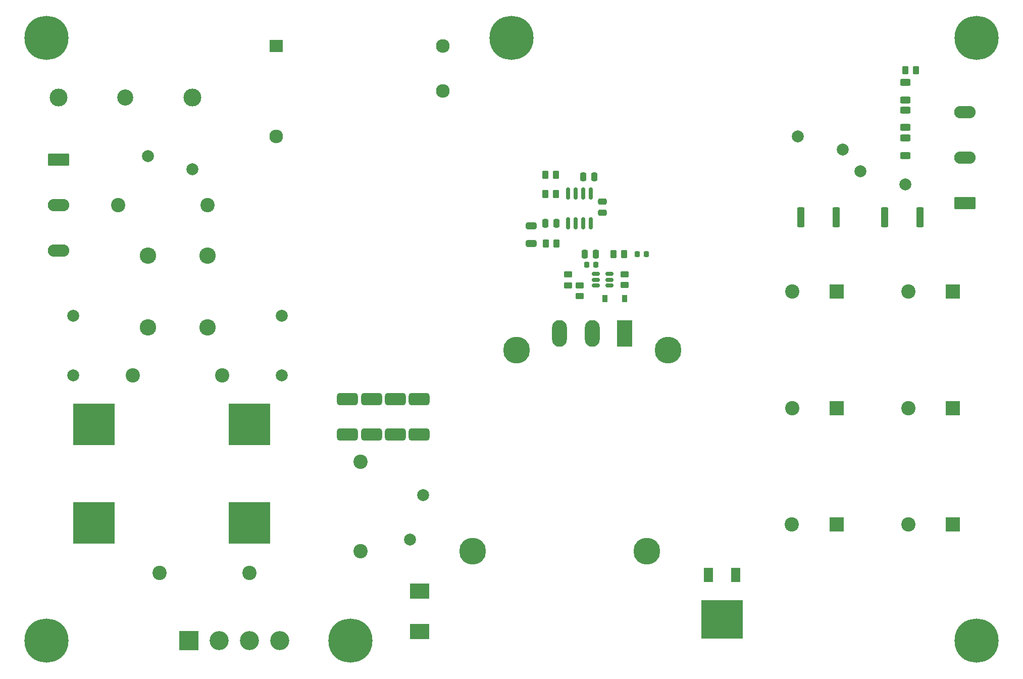
<source format=gts>
%TF.GenerationSoftware,KiCad,Pcbnew,6.0.7-f9a2dced07~116~ubuntu20.04.1*%
%TF.CreationDate,2022-10-02T03:02:38-04:00*%
%TF.ProjectId,SSTC_PFC_Power_Supply,53535443-5f50-4464-935f-506f7765725f,rev?*%
%TF.SameCoordinates,Original*%
%TF.FileFunction,Soldermask,Top*%
%TF.FilePolarity,Negative*%
%FSLAX46Y46*%
G04 Gerber Fmt 4.6, Leading zero omitted, Abs format (unit mm)*
G04 Created by KiCad (PCBNEW 6.0.7-f9a2dced07~116~ubuntu20.04.1) date 2022-10-02 03:02:38*
%MOMM*%
%LPD*%
G01*
G04 APERTURE LIST*
G04 Aperture macros list*
%AMRoundRect*
0 Rectangle with rounded corners*
0 $1 Rounding radius*
0 $2 $3 $4 $5 $6 $7 $8 $9 X,Y pos of 4 corners*
0 Add a 4 corners polygon primitive as box body*
4,1,4,$2,$3,$4,$5,$6,$7,$8,$9,$2,$3,0*
0 Add four circle primitives for the rounded corners*
1,1,$1+$1,$2,$3*
1,1,$1+$1,$4,$5*
1,1,$1+$1,$6,$7*
1,1,$1+$1,$8,$9*
0 Add four rect primitives between the rounded corners*
20,1,$1+$1,$2,$3,$4,$5,0*
20,1,$1+$1,$4,$5,$6,$7,0*
20,1,$1+$1,$6,$7,$8,$9,0*
20,1,$1+$1,$8,$9,$2,$3,0*%
G04 Aperture macros list end*
%ADD10C,2.750000*%
%ADD11RoundRect,0.250000X-0.650000X0.325000X-0.650000X-0.325000X0.650000X-0.325000X0.650000X0.325000X0*%
%ADD12RoundRect,0.250000X0.450000X-0.262500X0.450000X0.262500X-0.450000X0.262500X-0.450000X-0.262500X0*%
%ADD13R,0.900000X1.200000*%
%ADD14RoundRect,0.250000X-0.362500X-1.425000X0.362500X-1.425000X0.362500X1.425000X-0.362500X1.425000X0*%
%ADD15C,2.400000*%
%ADD16C,7.400000*%
%ADD17C,2.000000*%
%ADD18RoundRect,0.250001X-1.549999X0.799999X-1.549999X-0.799999X1.549999X-0.799999X1.549999X0.799999X0*%
%ADD19O,3.600000X2.100000*%
%ADD20RoundRect,0.250000X0.262500X0.450000X-0.262500X0.450000X-0.262500X-0.450000X0.262500X-0.450000X0*%
%ADD21RoundRect,0.408164X-1.341836X0.591836X-1.341836X-0.591836X1.341836X-0.591836X1.341836X0.591836X0*%
%ADD22C,2.700000*%
%ADD23C,3.000000*%
%ADD24RoundRect,0.250000X0.250000X0.475000X-0.250000X0.475000X-0.250000X-0.475000X0.250000X-0.475000X0*%
%ADD25C,4.500000*%
%ADD26RoundRect,0.150000X-0.150000X0.825000X-0.150000X-0.825000X0.150000X-0.825000X0.150000X0.825000X0*%
%ADD27RoundRect,0.250000X-0.250000X-0.475000X0.250000X-0.475000X0.250000X0.475000X-0.250000X0.475000X0*%
%ADD28R,7.000000X6.500000*%
%ADD29R,1.500000X2.400000*%
%ADD30RoundRect,0.250000X-0.625000X0.312500X-0.625000X-0.312500X0.625000X-0.312500X0.625000X0.312500X0*%
%ADD31RoundRect,0.250000X-0.475000X0.250000X-0.475000X-0.250000X0.475000X-0.250000X0.475000X0.250000X0*%
%ADD32R,2.500000X4.500000*%
%ADD33O,2.500000X4.500000*%
%ADD34R,2.400000X2.400000*%
%ADD35R,3.300000X2.500000*%
%ADD36R,7.000000X7.000000*%
%ADD37RoundRect,0.250000X-0.450000X0.262500X-0.450000X-0.262500X0.450000X-0.262500X0.450000X0.262500X0*%
%ADD38R,2.300000X2.000000*%
%ADD39C,2.300000*%
%ADD40RoundRect,0.225000X0.225000X0.250000X-0.225000X0.250000X-0.225000X-0.250000X0.225000X-0.250000X0*%
%ADD41RoundRect,0.225000X-0.225000X-0.250000X0.225000X-0.250000X0.225000X0.250000X-0.225000X0.250000X0*%
%ADD42RoundRect,0.250000X-0.262500X-0.450000X0.262500X-0.450000X0.262500X0.450000X-0.262500X0.450000X0*%
%ADD43RoundRect,0.250001X1.549999X-0.799999X1.549999X0.799999X-1.549999X0.799999X-1.549999X-0.799999X0*%
%ADD44RoundRect,0.150000X0.512500X0.150000X-0.512500X0.150000X-0.512500X-0.150000X0.512500X-0.150000X0*%
%ADD45R,3.200000X3.200000*%
%ADD46C,3.200000*%
G04 APERTURE END LIST*
D10*
%TO.C,FL1*%
X81500000Y-66000000D03*
X81500000Y-78000000D03*
X71500000Y-66000000D03*
X71500000Y-78000000D03*
%TD*%
D11*
%TO.C,C7*%
X135795000Y-61000000D03*
X135795000Y-63950000D03*
%TD*%
D12*
%TO.C,R16*%
X143950000Y-72775000D03*
X143950000Y-70950000D03*
%TD*%
D13*
%TO.C,D2*%
X151450000Y-73150000D03*
X148150000Y-73150000D03*
%TD*%
D14*
%TO.C,R13*%
X195037500Y-59500000D03*
X200962500Y-59500000D03*
%TD*%
D15*
%TO.C,C2*%
X84000000Y-86000000D03*
X69000000Y-86000000D03*
%TD*%
D16*
%TO.C,H5*%
X132500000Y-29500000D03*
%TD*%
D17*
%TO.C,RV4*%
X115500000Y-113550000D03*
X117700000Y-106050000D03*
%TD*%
D16*
%TO.C,H3*%
X210500000Y-130500000D03*
%TD*%
D18*
%TO.C,J1*%
X56500000Y-49880000D03*
D19*
X56500000Y-57500000D03*
X56500000Y-65120000D03*
%TD*%
D16*
%TO.C,H1*%
X54500000Y-29500000D03*
%TD*%
D20*
%TO.C,R17*%
X151375000Y-65700000D03*
X149550000Y-65700000D03*
%TD*%
D21*
%TO.C,R3*%
X109000000Y-89987500D03*
X109000000Y-95912500D03*
%TD*%
D22*
%TO.C,F1*%
X67750000Y-39500000D03*
D23*
X56500000Y-39500000D03*
X79000000Y-39500000D03*
%TD*%
D17*
%TO.C,C4*%
X94000000Y-86000000D03*
X94000000Y-76000000D03*
%TD*%
D24*
%TO.C,C5*%
X146400000Y-52750000D03*
X144500000Y-52750000D03*
%TD*%
D17*
%TO.C,RV3*%
X188000000Y-48200000D03*
X180500000Y-46000000D03*
%TD*%
D25*
%TO.C,L3*%
X126000000Y-115500000D03*
X155200000Y-115500000D03*
%TD*%
D26*
%TO.C,U1*%
X145800000Y-55575000D03*
X144530000Y-55575000D03*
X143260000Y-55575000D03*
X141990000Y-55575000D03*
X141990000Y-60525000D03*
X143260000Y-60525000D03*
X144530000Y-60525000D03*
X145800000Y-60525000D03*
%TD*%
D27*
%TO.C,C8*%
X138145000Y-60550000D03*
X140045000Y-60550000D03*
%TD*%
D28*
%TO.C,D4*%
X167780000Y-126900000D03*
D29*
X170080000Y-119500000D03*
X165500000Y-119500000D03*
%TD*%
D16*
%TO.C,H4*%
X105500000Y-130500000D03*
%TD*%
D30*
%TO.C,R9*%
X198500000Y-46237500D03*
X198500000Y-49162500D03*
%TD*%
D31*
%TO.C,C9*%
X147695000Y-56900000D03*
X147695000Y-58800000D03*
%TD*%
D32*
%TO.C,Q1*%
X151450000Y-79000000D03*
D33*
X146000000Y-79000000D03*
X140550000Y-79000000D03*
%TD*%
D21*
%TO.C,R2*%
X113000000Y-89987500D03*
X113000000Y-95912500D03*
%TD*%
D30*
%TO.C,R11*%
X198500000Y-36937500D03*
X198500000Y-39862500D03*
%TD*%
%TO.C,R10*%
X198500000Y-41537500D03*
X198500000Y-44462500D03*
%TD*%
D14*
%TO.C,R14*%
X181037500Y-59500000D03*
X186962500Y-59500000D03*
%TD*%
D21*
%TO.C,R5*%
X105000000Y-89987500D03*
X105000000Y-95912500D03*
%TD*%
D34*
%TO.C,C11*%
X206500000Y-111000000D03*
D15*
X199000000Y-111000000D03*
%TD*%
D25*
%TO.C,HS1*%
X158700000Y-81820000D03*
X133300000Y-81820000D03*
%TD*%
D16*
%TO.C,H6*%
X54500000Y-130500000D03*
%TD*%
D17*
%TO.C,RV2*%
X198500000Y-54000000D03*
X191000000Y-51800000D03*
%TD*%
D35*
%TO.C,D3*%
X117100000Y-128950000D03*
X117100000Y-122150000D03*
%TD*%
D15*
%TO.C,C1*%
X81500000Y-57500000D03*
X66500000Y-57500000D03*
%TD*%
D16*
%TO.C,H2*%
X210500000Y-29500000D03*
%TD*%
D17*
%TO.C,C3*%
X59000000Y-86000000D03*
X59000000Y-76000000D03*
%TD*%
D36*
%TO.C,L2*%
X62500000Y-94250000D03*
X62500000Y-110750000D03*
%TD*%
D12*
%TO.C,R8*%
X151450000Y-70912500D03*
X151450000Y-69087500D03*
%TD*%
D34*
%TO.C,C14*%
X187022220Y-91500000D03*
D15*
X179522220Y-91500000D03*
%TD*%
D37*
%TO.C,R15*%
X142000000Y-69125000D03*
X142000000Y-70950000D03*
%TD*%
D34*
%TO.C,C13*%
X206522220Y-91500000D03*
D15*
X199022220Y-91500000D03*
%TD*%
D36*
%TO.C,L1*%
X88500000Y-94250000D03*
X88500000Y-110750000D03*
%TD*%
D15*
%TO.C,C10*%
X107150000Y-115500000D03*
X107150000Y-100500000D03*
%TD*%
D38*
%TO.C,PS1*%
X93000000Y-30800000D03*
D39*
X93000000Y-46000000D03*
X121000000Y-30800000D03*
X121000000Y-38400000D03*
%TD*%
D40*
%TO.C,C18*%
X146637500Y-67500000D03*
X145087500Y-67500000D03*
%TD*%
D20*
%TO.C,R7*%
X139957500Y-52450000D03*
X138132500Y-52450000D03*
%TD*%
D41*
%TO.C,C19*%
X153575000Y-65700000D03*
X155125000Y-65700000D03*
%TD*%
D34*
%TO.C,C15*%
X206522220Y-72000000D03*
D15*
X199022220Y-72000000D03*
%TD*%
D24*
%TO.C,C17*%
X146637500Y-65700000D03*
X144737500Y-65700000D03*
%TD*%
D15*
%TO.C,C6*%
X88500000Y-119150000D03*
X73500000Y-119150000D03*
%TD*%
D20*
%TO.C,R12*%
X200325000Y-34850000D03*
X198500000Y-34850000D03*
%TD*%
D42*
%TO.C,R4*%
X138132500Y-55600000D03*
X139957500Y-55600000D03*
%TD*%
D43*
%TO.C,J2*%
X208500000Y-57120000D03*
D19*
X208500000Y-49500000D03*
X208500000Y-41880000D03*
%TD*%
D44*
%TO.C,U2*%
X148900000Y-70950000D03*
X148900000Y-70000000D03*
X148900000Y-69050000D03*
X146625000Y-69050000D03*
X146625000Y-70000000D03*
X146625000Y-70950000D03*
%TD*%
D42*
%TO.C,R6*%
X138220000Y-63950000D03*
X140045000Y-63950000D03*
%TD*%
D34*
%TO.C,C12*%
X187000000Y-111000000D03*
D15*
X179500000Y-111000000D03*
%TD*%
D17*
%TO.C,RV1*%
X79000000Y-51500000D03*
X71500000Y-49300000D03*
%TD*%
D45*
%TO.C,D1*%
X78340000Y-130500000D03*
D46*
X83420000Y-130500000D03*
X88500000Y-130500000D03*
X93580000Y-130500000D03*
%TD*%
D21*
%TO.C,R1*%
X117000000Y-89987500D03*
X117000000Y-95912500D03*
%TD*%
D34*
%TO.C,C16*%
X187022220Y-72000000D03*
D15*
X179522220Y-72000000D03*
%TD*%
M02*

</source>
